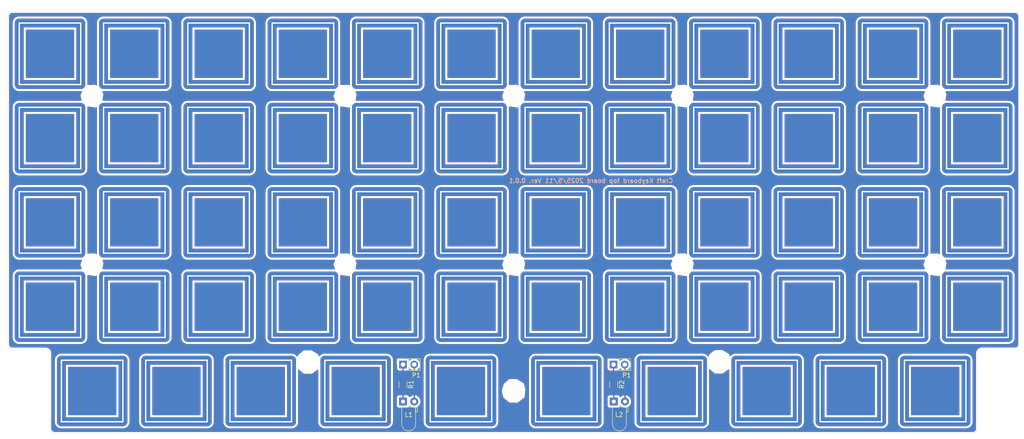
<source format=kicad_pcb>
(kicad_pcb (version 20241229) (generator "pcbnew") (generator_version "9.0")
  (layers (0 "F.Cu" signal) (2 "B.Cu" signal) (13 "F.Paste" user) (15 "B.Paste" user) (5 "F.SilkS" user "F.Silkscreen") (7 "B.SilkS" user "B.Silkscreen") (1 "F.Mask" user) (3 "B.Mask" user) (25 "Edge.Cuts" user))
  (net 0 "")
  (net 1 "GND")
  (net 2 "col2")
  (net 3 "col5")
  (net 4 "col0")
  (net 5 "col4")
  (net 6 "col3")
  (net 7 "col1")
  (footprint "kbd_SW_Hole:SW_Hole_TH_1u" (layer "F.Cu") (at 228.6 90.4875)
    (property "Reference" "SW51" (hide yes))
    (property "Value" "SW_PUSH" (hide yes))
  )
  (footprint "kbd_SW_Hole:SW_Hole_TH_1u" (layer "F.Cu") (at 247.65 90.4875)
    (property "Reference" "SW56" (hide yes))
    (property "Value" "SW_PUSH" (hide yes))
  )
  (footprint "kbd_SW_Hole:SW_Hole_TH_1u" (layer "F.Cu") (at 171.45 71.4375)
    (property "Reference" "SW35" (hide yes))
    (property "Value" "SW_PUSH" (hide yes))
  )
  (footprint "kbd_Hole:m2_Screw_Hole" (layer "F.Cu") (at 142.875 119.0625)
    (property "Reference" "Ref**")
    (property "Value" "Val**")
  )
  (footprint "kbd_SW_Hole:SW_Hole_TH_1u" (layer "F.Cu") (at 152.4 128.5875)
    (property "Reference" "SW33" (hide yes))
    (property "Value" "SW_PUSH" (hide yes))
  )
  (footprint "kbd_SW_Hole:SW_Hole_TH_1u" (layer "F.Cu") (at 209.55 128.5875)
    (property "Reference" "SW48" (hide yes))
    (property "Value" "SW_PUSH" (hide yes))
  )
  (footprint "kbd_Hole:m2_Screw_Hole" (layer "F.Cu") (at 47.625 119.0625)
    (property "Reference" "Ref**")
    (property "Value" "Val**")
  )
  (footprint "kbd_SW_Hole:SW_Hole_TH_1u" (layer "F.Cu") (at 114.3 128.5875)
    (property "Reference" "SW23" (hide yes))
    (property "Value" "SW_PUSH" (hide yes))
  )
  (footprint "kbd_SW_Hole:SW_Hole_TH_1u" (layer "F.Cu") (at 152.4 109.5375)
    (property "Reference" "SW32" (hide yes))
    (property "Value" "SW_PUSH" (hide yes))
  )
  (footprint "kbd_SW_Hole:SW_Hole_TH_1u" (layer "F.Cu") (at 219.075 147.6375)
    (property "Reference" "SW49" (hide yes))
    (property "Value" "SW_PUSH" (hide yes))
  )
  (footprint "kbd_SW_Hole:SW_Hole_TH_1u" (layer "F.Cu") (at 190.5 71.4375)
    (property "Reference" "SW40" (hide yes))
    (property "Value" "SW_PUSH" (hide yes))
  )
  (footprint "kbd_SW_Hole:SW_Hole_TH_1u" (layer "F.Cu") (at 209.55 109.5375)
    (property "Reference" "SW47" (hide yes))
    (property "Value" "SW_PUSH" (hide yes))
  )
  (footprint "kbd_SW_Hole:SW_Hole_TH_1u" (layer "F.Cu") (at 95.25 128.5875)
    (property "Reference" "SW18" (hide yes))
    (property "Value" "SW_PUSH" (hide yes))
  )
  (footprint "kbd_SW_Hole:SW_Hole_TH_1u" (layer "F.Cu") (at 228.6 128.5875)
    (property "Reference" "SW53" (hide yes))
    (property "Value" "SW_PUSH" (hide yes))
  )
  (footprint "kbd_SW_Hole:SW_Hole_TH_1u" (layer "F.Cu") (at 85.725 147.6375)
    (property "Reference" "SW19" (hide yes))
    (property "Value" "SW_PUSH" (hide yes))
  )
  (footprint "kbd_SW_Hole:SW_Hole_TH_1u" (layer "F.Cu") (at 57.15 109.5375)
    (property "Reference" "SW7" (hide yes))
    (property "Value" "SW_PUSH" (hide yes))
  )
  (footprint "kbd_SW_Hole:SW_Hole_TH_1u" (layer "F.Cu") (at 47.625 147.6375)
    (property "Reference" "SW9" (hide yes))
    (property "Value" "SW_PUSH" (hide yes))
  )
  (footprint "kbd_SW_Hole:SW_Hole_TH_1u" (layer "F.Cu") (at 66.675 147.6375)
    (property "Reference" "SW14" (hide yes))
    (property "Value" "SW_PUSH" (hide yes))
  )
  (footprint "kbd_SW_Hole:SW_Hole_TH_1u" (layer "F.Cu") (at 190.5 109.5375)
    (property "Reference" "SW42" (hide yes))
    (property "Value" "SW_PUSH" (hide yes))
  )
  (footprint "kbd_SW_Hole:SW_Hole_TH_1u" (layer "F.Cu") (at 228.6 109.5375)
    (property "Reference" "SW52" (hide yes))
    (property "Value" "SW_PUSH" (hide yes))
  )
  (footprint "kbd_SW_Hole:SW_Hole_TH_1u" (layer "F.Cu") (at 200.025 147.6375)
    (property "Reference" "SW44" (hide yes))
    (property "Value" "SW_PUSH" (hide yes))
  )
  (footprint "kbd_SW_Hole:SW_Hole_TH_1u" (layer "F.Cu") (at 114.3 90.4875)
    (property "Reference" "SW21" (hide yes))
    (property "Value" "SW_PUSH" (hide yes))
  )
  (footprint "kbd_SW_Hole:SW_Hole_TH_1.25u" (layer "F.Cu") (at 107.1563 147.6375)
    (property "Reference" "SW24" (hide yes))
    (property "Value" "SW_PUSH" (hide yes))
  )
  (footprint "kbd_SW_Hole:SW_Hole_TH_1u" (layer "F.Cu") (at 76.2 109.5375)
    (property "Reference" "SW12" (hide yes))
    (property "Value" "SW_PUSH" (hide yes))
  )
  (footprint "kbd_SW_Hole:SW_Hole_TH_1u" (layer "F.Cu") (at 76.2 71.4375)
    (property "Reference" "SW10" (hide yes))
    (property "Value" "SW_PUSH" (hide yes))
  )
  (footprint "kbd_SW_Hole:SW_Hole_TH_1u" (layer "F.Cu") (at 171.45 109.5375)
    (property "Reference" "SW37" (hide yes))
    (property "Value" "SW_PUSH" (hide yes))
  )
  (footprint "kbd_SW_Hole:SW_Hole_TH_1u" (layer "F.Cu") (at 133.35 71.4375)
    (property "Reference" "SW25" (hide yes))
    (property "Value" "SW_PUSH" (hide yes))
  )
  (footprint "Resistor_SMD:R_1206_3216Metric" (layer "F.Cu") (at 165.497014 146.175124 -90)
    (property "Reference" "R2")
    (property "Value" "R_1206_3216Metric")
  )
  (footprint "kbd_SW_Hole:SW_Hole_TH_1u" (layer "F.Cu") (at 171.45 128.5875)
    (property "Reference" "SW38" (hide yes))
    (property "Value" "SW_PUSH" (hide yes))
  )
  (footprint "kbd_SW_Hole:SW_Hole_TH_1u" (layer "F.Cu") (at 76.2 90.4875)
    (property "Reference" "SW11" (hide yes))
    (property "Value" "SW_PUSH" (hide yes))
  )
  (footprint "kbd_SW_Hole:SW_Hole_TH_1u" (layer "F.Cu") (at 247.65 128.5875)
    (property "Reference" "SW58" (hide yes))
    (property "Value" "SW_PUSH" (hide yes))
  )
  (footprint "Resistor_SMD:R_1206_3216Metric" (layer "F.Cu") (at 117.871974 146.175124 -90)
    (property "Reference" "R1")
    (property "Value" "R_1206_3216Metric")
  )
  (footprint "Connector_PinSocket_2.54mm:PinSocket_1x02_P2.54mm_Vertical" (layer "F.Cu") (at 117.871974 141.659494 90)
    (property "Reference" "P1")
    (property "Value" "PinSocket_1x02_P2.54mm_Vertical")
  )
  (footprint "kbd_SW_Hole:SW_Hole_TH_1u" (layer "F.Cu") (at 247.65 71.4375)
    (property "Reference" "SW55" (hide yes))
    (property "Value" "SW_PUSH" (hide yes))
  )
  (footprint "kbd_Hole:m2_Screw_Hole" (layer "F.Cu") (at 96.440706 141.089181)
    (property "Reference" "Ref**")
    (property "Value" "Val**")
  )
  (footprint "Connector_PinSocket_2.54mm:PinSocket_1x02_P2.54mm_Vertical" (layer "F.Cu") (at 165.43764 141.659494 90)
    (property "Reference" "P1")
    (property "Value" "PinSocket_1x02_P2.54mm_Vertical")
  )
  (footprint "kbd_SW_Hole:SW_Hole_TH_1.25u" (layer "F.Cu") (at 178.5938 147.6375)
    (property "Reference" "SW39" (hide yes))
    (property "Value" "SW_PUSH" (hide yes))
  )
  (footprint "LED_THT:LED_D3.0mm_Horizontal_O1.27mm_Z2.0mm" (layer "F.Cu") (at 117.871974 150.018876)
    (property "Reference" "L1")
    (property "Value" "LED_D3.0mm_Horizontal_O1.27mm_Z2.0mm")
  )
  (footprint "kbd_Hole:m2_Screw_Hole" (layer "F.Cu") (at 142.875 147.6375)
    (property "Reference" "Ref**")
    (property "Value" "Val**")
  )
  (footprint "kbd_SW_Hole:SW_Hole_TH_1u" (layer "F.Cu") (at 76.2 128.5875)
    (property "Reference" "SW13" (hide yes))
    (property "Value" "SW_PUSH" (hide yes))
  )
  (footprint "kbd_SW_Hole:SW_Hole_TH_1.25u" (layer "F.Cu") (at 130.9688 147.6375)
    (property "Reference" "SW29" (hide yes))
    (property "Value" "SW_PUSH" (hide yes))
  )
  (footprint "kbd_SW_Hole:SW_Hole_TH_1u" (layer "F.Cu") (at 238.125 147.6375)
    (property "Reference" "SW54" (hide yes))
    (property "Value" "SW_PUSH" (hide yes))
  )
  (footprint "kbd_SW_Hole:SW_Hole_TH_1u" (layer "F.Cu") (at 247.65 109.5375)
    (property "Reference" "SW57" (hide yes))
    (property "Value" "SW_PUSH" (hide yes))
  )
  (footprint "kbd_SW_Hole:SW_Hole_TH_1u" (layer "F.Cu") (at 114.3 109.5375)
    (property "Reference" "SW22" (hide yes))
    (property "Value" "SW_PUSH" (hide yes))
  )
  (footprint "kbd_Hole:m2_Screw_Hole" (layer "F.Cu") (at 104.775 119.0625)
    (property "Reference" "Ref**")
    (property "Value" "Val**")
  )
  (footprint "kbd_Hole:m2_Screw_Hole" (layer "F.Cu") (at 238.125 119.0625)
    (property "Reference" "Ref**")
    (property "Value" "Val**")
  )
  (footprint "kbd_SW_Hole:SW_Hole_TH_1u" (layer "F.Cu") (at 209.55 90.4875)
    (property "Reference" "SW46" (hide yes))
    (property "Value" "SW_PUSH" (hide yes))
  )
  (footprint "kbd_SW_Hole:SW_Hole_TH_1u" (layer "F.Cu") (at 57.15 71.4375)
    (property "Reference" "SW5" (hide yes))
    (property "Value" "SW_PUSH" (hide yes))
  )
  (footprint "kbd_SW_Hole:SW_Hole_TH_1u" (layer "F.Cu") (at 152.4 90.4875)
    (property "Reference" "SW31" (hide yes))
    (property "Value" "SW_PUSH" (hide yes))
  )
  (footprint "kbd_SW_Hole:SW_Hole_TH_1u" (layer "F.Cu") (at 95.25 109.5375)
    (property "Reference" "SW17" (hide yes))
    (property "Value" "SW_PUSH" (hide yes))
  )
  (footprint "kbd_SW_Hole:SW_Hole_TH_1u" (layer "F.Cu") (at 38.1 90.4875)
    (property "Reference" "SW2" (hide yes))
    (property "Value" "SW_PUSH" (hide yes))
  )
  (footprint "kbd_SW_Hole:SW_Hole_TH_1u" (layer "F.Cu") (at 95.25 90.4875)
    (property "Reference" "SW16" (hide yes))
    (property "Value" "SW_PUSH" (hide yes))
  )
  (footprint "kbd_SW_Hole:SW_Hole_TH_1u" (layer "F.Cu") (at 38.1 109.5375)
    (property "Reference" "SW3" (hide yes))
    (property "Value" "SW_PUSH" (hide yes))
  )
  (footprint "kbd_Hole:m2_Screw_Hole" (layer "F.Cu") (at 104.775 80.9625)
    (property "Reference" "Ref**")
    (property "Value" "Val**")
  )
  (footprint "kbd_SW_Hole:SW_Hole_TH_1u" (layer "F.Cu") (at 171.45 90.4875)
    (property "Reference" "SW36" (hide yes))
    (property "Value" "SW_PUSH" (hide yes))
  )
  (footprint "kbd_SW_Hole:SW_Hole_TH_1u" (layer "F.Cu") (at 38.1 71.4375)
    (property "Reference" "SW1" (hide yes))
    (property "Value" "SW_PUSH" (hide yes))
  )
  (footprint "kbd_Hole:m2_Screw_Hole" (layer "F.Cu") (at 180.975 80.9625)
    (property "Reference" "Ref**")
    (property "Value" "Val**")
  )
  (footprint "kbd_SW_Hole:SW_Hole_TH_1u" (layer "F.Cu") (at 133.35 90.4875)
    (property "Reference" "SW26" (hide yes))
    (property "Value" "SW_PUSH" (hide yes))
  )
  (footprint "kbd_SW_Hole:SW_Hole_TH_1u" (layer "F.Cu") (at 133.35 128.5875)
    (property "Reference" "SW28" (hide yes))
    (property "Value" "SW_PUSH" (hide yes))
  )
  (footprint "kbd_SW_Hole:SW_Hole_TH_1u" (layer "F.Cu") (at 95.25 71.4375)
    (property "Reference" "SW15" (hide yes))
    (property "Value" "SW_PUSH" (hide yes))
  )
  (footprint "kbd_SW_Hole:SW_Hole_TH_1u" (layer "F.Cu") (at 209.55 71.4375)
    (property "Reference" "SW45" (hide yes))
    (property "Value" "SW_PUSH" (hide yes))
  )
  (footprint "kbd_SW_Hole:SW_Hole_TH_1u" (layer "F.Cu") (at 152.4 71.4375)
    (property "Reference" "SW30" (hide yes))
    (property "Value" "SW_PUSH" (hide yes))
  )
  (footprint "kbd_Hole:m2_Screw_Hole" (layer "F.Cu") (at 180.975 119.0625)
    (property "Reference" "Ref**")
    (property "Value" "Val**")
  )
  (footprint "kbd_SW_Hole:SW_Hole_TH_1u" (layer "F.Cu") (at 228.6 71.4375)
    (property "Reference" "SW50" (hide yes))
    (property "Value" "SW_PUSH" (hide yes))
  )
  (footprint "kbd_SW_Hole:SW_Hole_TH_1u" (layer "F.Cu") (at 190.5 90.4875)
    (property "Reference" "SW41" (hide yes))
    (property "Value" "SW_PUSH" (hide yes))
  )
  (footprint "kbd_SW_Hole:SW_Hole_TH_1u" (layer "F.Cu") (at 57.15 128.5875)
    (property "Reference" "SW8" (hide yes))
    (property "Value" "SW_PUSH" (hide yes))
  )
  (footprint "kbd_SW_Hole:SW_Hole_TH_1u" (layer "F.Cu") (at 114.3 71.4375)
    (property "Reference" "SW20" (hide yes))
    (property "Value" "SW_PUSH" (hide yes))
  )
  (footprint "kbd_Hole:m2_Screw_Hole" (layer "F.Cu") (at 142.875 80.9625)
    (property "Reference" "Ref**")
    (property "Value" "Val**")
  )
  (footprint "kbd_SW_Hole:SW_Hole_TH_1.25u" (layer "F.Cu") (at 154.7813 147.6375)
    (property "Reference" "SW34" (hide yes))
    (property "Value" "SW_PUSH" (hide yes))
  )
  (footprint "kbd_SW_Hole:SW_Hole_TH_1u" (layer "F.Cu") (at 190.5 128.5875)
    (property "Reference" "SW43" (hide yes))
    (property "Value" "SW_PUSH" (hide yes))
  )
  (footprint "kbd_SW_Hole:SW_Hole_TH_1u" (layer "F.Cu") (at 57.15 90.4875)
    (property "Reference" "SW6" (hide yes))
    (property "Value" "SW_PUSH" (hide yes))
  )
  (footprint "kbd_Hole:m2_Screw_Hole" (layer "F.Cu") (at 238.125 80.9625)
    (property "Reference" "Ref**")
    (property "Value" "Val**")
  )
  (footprint "kbd_Hole:m2_Screw_Hole" (layer "F.Cu") (at 47.625 80.9625)
    (property "Reference" "Ref**")
    (property "Value" "Val**")
  )
  (footprint "kbd_Hole:m2_Screw_Hole" (layer "F.Cu") (at 189.309534 141.089181)
    (property "Reference" "Ref**")
    (property "Value" "Val**")
  )
  (footprint "kbd_SW_Hole:SW_Hole_TH_1u" (layer "F.Cu") (at 38.1 128.5875)
    (property "Reference" "SW4" (hide yes))
    (property "Value" "SW_PUSH" (hide yes))
  )
  (footprint "LED_THT:LED_D3.0mm_Horizontal_O1.27mm_Z2.0mm" (layer "F.Cu") (at 165.497014 150.018876)
    (property "Reference" "L2")
    (property "Value" "LED_D3.0mm_Horizontal_O1.27mm_Z2.0mm")
  )
  (footprint "kbd_SW_Hole:SW_Hole_TH_1u" (layer "F.Cu") (at 133.35 109.5375)
    (property "Reference" "SW27" (hide yes))
    (property "Value" "SW_PUSH" (hide yes))
  )
  (gr_arc (start 28.575 62.912552) (mid 28.867893 62.205445) (end 29.575 61.912552) (stroke (width 0.05)) (layer "Edge.Cuts"))
  (gr_line (start 247.65 139.1125) (end 247.65 156.1625) (stroke (width 0.05)) (layer "Edge.Cuts"))
  (gr_line (start 256.175 138.1125) (end 248.65 138.1125) (stroke (width 0.05)) (layer "Edge.Cuts"))
  (gr_arc (start 247.65 139.1125) (mid 247.942893 138.405393) (end 248.65 138.1125) (stroke (width 0.05)) (layer "Edge.Cuts"))
  (gr_line (start 256.175 61.9125) (end 29.575 61.9125) (stroke (width 0.05)) (layer "Edge.Cuts"))
  (gr_arc (start 247.65 156.1625) (mid 247.357107 156.869607) (end 246.65 157.1625) (stroke (width 0.05)) (layer "Edge.Cuts"))
  (gr_arc (start 39.1 157.1625) (mid 38.392893 156.869607) (end 38.1 156.1625) (stroke (width 0.05)) (layer "Edge.Cuts"))
  (gr_arc (start 29.575 138.1125) (mid 28.867893 137.819607) (end 28.575 137.1125) (stroke (width 0.05)) (layer "Edge.Cuts"))
  (gr_line (start 28.575 62.912552) (end 28.575 137.1125) (stroke (width 0.05)) (layer "Edge.Cuts"))
  (gr_line (start 39.1 157.1625) (end 246.65 157.1625) (stroke (width 0.05)) (layer "Edge.Cuts"))
  (gr_line (start 37.1 138.1125) (end 29.575 138.1125) (stroke (width 0.05)) (layer "Edge.Cuts"))
  (gr_arc (start 257.175 137.1125) (mid 256.882107 137.819607) (end 256.175 138.1125) (stroke (width 0.05)) (layer "Edge.Cuts"))
  (gr_arc (start 37.1 138.1125) (mid 37.807107 138.405393) (end 38.1 139.1125) (stroke (width 0.05)) (layer "Edge.Cuts"))
  (gr_arc (start 256.175 61.9125) (mid 256.882107 62.205393) (end 257.175 62.9125) (stroke (width 0.05)) (layer "Edge.Cuts"))
  (gr_line (start 38.1 156.1625) (end 38.1 139.1125) (stroke (width 0.05)) (layer "Edge.Cuts"))
  (gr_line (start 257.175 137.1125) (end 257.175 62.9125) (stroke (width 0.05)) (layer "Edge.Cuts"))
  (gr_text "Craft Keyboard top board 2025/5/11 Ver. 0.0.1" (at 179 100.7 0) (layer "B.SilkS") (effects (font (size 1 1) (thickness 0.2) (bold yes)) (justify left bottom mirror)))
  (segment (start 120.411974 150.018876) (end 120.411974 141.659494) (width 0.25) (layer "F.Cu") (net 0))
  (segment (start 165.497014 147.637624) (end 165.497014 150.018876) (width 0.25) (layer "F.Cu") (net 0))
  (segment (start 168.037014 141.718868) (end 167.97764 141.659494) (width 0.25) (layer "F.Cu") (net 0))
  (segment (start 117.871974 141.659494) (end 117.871974 144.712624) (width 0.25) (layer "F.Cu") (net 0))
  (segment (start 168.037014 150.018876) (end 168.037014 141.718868) (width 0.25) (layer "F.Cu") (net 0))
  (segment (start 165.43764 141.659494) (end 165.43764 144.65325) (width 0.25) (layer "F.Cu") (net 0))
  (segment (start 165.43764 144.65325) (end 165.497014 144.712624) (width 0.25) (layer "F.Cu") (net 0))
  (segment (start 117.871974 147.637624) (end 117.871974 150.018876) (width 0.25) (layer "F.Cu") (net 0))
  (zone (net 0) (net_name "") (layers "F.Cu" "B.Cu") (connect_pads (clearance 0)) (min_thickness 0.25)
    (keepout (tracks allowed) (vias allowed) (pads allowed) (copperpour not_allowed) (footprints allowed))
    (fill (thermal_gap 0.5) (thermal_bridge_width 0.5))
    (polygon (pts (xy 46.6 116.6) (xy 48.2417 116.5) (xy 49.7 117.5) (xy 50.1917 118.729181) (xy 49.9 120.4) (xy 48.4 121.7) (xy 46.4 121.4) (xy 45.4 120.4) (xy 44.93892 119.068987) (xy 45.5 117.6)))
  )
  (zone (net 0) (net_name "") (layers "F.Cu" "B.Cu") (connect_pads (clearance 0)) (min_thickness 0.25)
    (keepout (tracks allowed) (vias allowed) (pads allowed) (copperpour not_allowed) (footprints allowed))
    (fill (thermal_gap 0.5) (thermal_bridge_width 0.5))
    (polygon (pts (xy 103.8 116.6) (xy 105.4417 116.5) (xy 106.9 117.5) (xy 107.3917 118.729181) (xy 107.1 120.4) (xy 105.6 121.7) (xy 103.6 121.4) (xy 102.6 120.4) (xy 102.13892 119.068987) (xy 102.7 117.6)))
  )
  (zone (net 0) (net_name "") (layers "F.Cu" "B.Cu") (connect_pads (clearance 0)) (min_thickness 0.25)
    (keepout (tracks allowed) (vias allowed) (pads allowed) (copperpour not_allowed) (footprints allowed))
    (fill (thermal_gap 0.5) (thermal_bridge_width 0.5))
    (polygon (pts (xy 141.9 116.6) (xy 143.5417 116.5) (xy 145 117.5) (xy 145.4917 118.729181) (xy 145.2 120.4) (xy 143.7 121.7) (xy 141.7 121.4) (xy 140.7 120.4) (xy 140.23892 119.068987) (xy 140.8 117.6)))
  )
  (zone (net 0) (net_name "") (layers "F.Cu" "B.Cu") (connect_pads (clearance 0)) (min_thickness 0.25)
    (keepout (tracks allowed) (vias allowed) (pads allowed) (copperpour not_allowed) (footprints allowed))
    (fill (thermal_gap 0.5) (thermal_bridge_width 0.5))
    (polygon (pts (xy 141.82778 144.935194) (xy 143.60278 144.935194) (xy 145.17778 145.885194) (xy 145.55278 147.260194) (xy 145.35278 149.085194) (xy 143.72778 150.310194) (xy 141.90278 150.285194) (xy 140.50278 149.085194) (xy 140.15278 147.635194) (xy 140.62778 146.035194)))
  )
  (zone (net 0) (net_name "") (layers "F.Cu" "B.Cu") (connect_pads (clearance 0)) (min_thickness 0.25)
    (keepout (tracks allowed) (vias allowed) (pads allowed) (copperpour not_allowed) (footprints allowed))
    (fill (thermal_gap 0.5) (thermal_bridge_width 0.5))
    (polygon (pts (xy 188.22778 138.4) (xy 190.00278 138.335194) (xy 191.57778 139.285194) (xy 191.95278 140.660194) (xy 191.75278 142.485194) (xy 190.12778 143.710194) (xy 188.30278 143.685194) (xy 186.90278 142.485194) (xy 186.7 141) (xy 187.02778 139.435194)))
  )
  (zone (net 0) (net_name "") (layers "F.Cu" "B.Cu") (connect_pads (clearance 0)) (min_thickness 0.25)
    (keepout (tracks allowed) (vias allowed) (pads allowed) (copperpour not_allowed) (footprints allowed))
    (fill (thermal_gap 0.5) (thermal_bridge_width 0.5))
    (polygon (pts (xy 46.6 78.5) (xy 48.2417 78.4) (xy 49.7 79.4) (xy 50.1917 80.629181) (xy 49.9 82.3) (xy 48.4 83.6) (xy 46.4 83.3) (xy 45.4 82.3) (xy 44.93892 80.968987) (xy 45.5 79.5)))
  )
  (zone (net 0) (net_name "") (layers "F.Cu" "B.Cu") (connect_pads (clearance 0)) (min_thickness 0.25)
    (keepout (tracks allowed) (vias allowed) (pads allowed) (copperpour not_allowed) (footprints allowed))
    (fill (thermal_gap 0.5) (thermal_bridge_width 0.5))
    (polygon (pts (xy 237.1 78.5) (xy 238.7417 78.4) (xy 240.2 79.4) (xy 240.6917 80.629181) (xy 240.4 82.3) (xy 238.9 83.6) (xy 236.9 83.3) (xy 235.9 82.3) (xy 235.43892 80.968987) (xy 236 79.5)))
  )
  (zone (net 0) (net_name "") (layers "F.Cu" "B.Cu") (connect_pads (clearance 0)) (min_thickness 0.25)
    (keepout (tracks allowed) (vias allowed) (pads allowed) (copperpour not_allowed) (footprints allowed))
    (fill (thermal_gap 0.5) (thermal_bridge_width 0.5))
    (polygon (pts (xy 141.9 78.5) (xy 143.5417 78.4) (xy 145 79.4) (xy 145.4917 80.629181) (xy 145.2 82.3) (xy 143.7 83.6) (xy 141.7 83.3) (xy 140.7 82.3) (xy 140.23892 80.968987) (xy 140.8 79.5)))
  )
  (zone (net 0) (net_name "") (layers "F.Cu" "B.Cu") (connect_pads (clearance 0)) (min_thickness 0.25)
    (keepout (tracks allowed) (vias allowed) (pads allowed) (copperpour not_allowed) (footprints allowed))
    (fill (thermal_gap 0.5) (thermal_bridge_width 0.5))
    (polygon (pts (xy 95.3667 138.468987) (xy 97.1417 138.404181) (xy 98.7167 139.354181) (xy 99.0917 140.729181) (xy 98.8917 142.554181) (xy 97.2667 143.779181) (xy 95.4417 143.754181) (xy 94.0417 142.554181) (xy 93.83892 141.068987) (xy 94.1667 139.504181)))
  )
  (zone (net 0) (net_name "") (layers "F.Cu" "B.Cu") (connect_pads (clearance 0)) (min_thickness 0.25)
    (keepout (tracks allowed) (vias allowed) (pads allowed) (copperpour not_allowed) (footprints allowed))
    (fill (thermal_gap 0.5) (thermal_bridge_width 0.5))
    (polygon (pts (xy 103.8 78.5) (xy 105.4417 78.4) (xy 106.9 79.4) (xy 107.3917 80.629181) (xy 107.1 82.3) (xy 105.6 83.6) (xy 103.6 83.3) (xy 102.6 82.3) (xy 102.13892 80.968987) (xy 102.7 79.5)))
  )
  (zone (net 0) (net_name "") (layers "F.Cu" "B.Cu") (connect_pads (clearance 0)) (min_thickness 0.25)
    (keepout (tracks allowed) (vias allowed) (pads allowed) (copperpour not_allowed) (footprints allowed))
    (fill (thermal_gap 0.5) (thermal_bridge_width 0.5))
    (polygon (pts (xy 180 116.6) (xy 181.6417 116.5) (xy 183.1 117.5) (xy 183.5917 118.729181) (xy 183.3 120.4) (xy 181.8 121.7) (xy 179.8 121.4) (xy 178.8 120.4) (xy 178.33892 119.068987) (xy 178.9 117.6)))
  )
  (zone (net 1) (net_name "GND") (layers "F.Cu" "B.Cu") (connect_pads (clearance 0.5)) (min_thickness 0.25) (fill yes (thermal_gap 0.5) (thermal_bridge_width 0.5))
    (polygon (pts (xy 257.879367 59.782952) (xy 258.2 139.3) (xy 248.4 139.5) (xy 248.2 157.8) (xy 36.8 158) (xy 37.1 139.2) (xy 26.8 139.1) (xy 27.201093 59.282566)))
  )
  (zone (net 0) (net_name "") (layers "F.Cu" "B.Cu") (connect_pads (clearance 0)) (min_thickness 0.25)
    (keepout (tracks allowed) (vias allowed) (pads allowed) (copperpour not_allowed) (footprints allowed))
    (fill (thermal_gap 0.5) (thermal_bridge_width 0.5))
    (polygon (pts (xy 180 78.5) (xy 181.6417 78.4) (xy 183.1 79.4) (xy 183.5917 80.629181) (xy 183.3 82.3) (xy 181.8 83.6) (xy 179.8 83.3) (xy 178.8 82.3) (xy 178.33892 80.968987) (xy 178.9 79.5)))
  )
  (zone (net 0) (net_name "") (layers "F.Cu" "B.Cu") (connect_pads (clearance 0)) (min_thickness 0.25)
    (keepout (tracks allowed) (vias allowed) (pads allowed) (copperpour not_allowed) (footprints allowed))
    (fill (thermal_gap 0.5) (thermal_bridge_width 0.5))
    (polygon (pts (xy 237.1 116.6) (xy 238.7417 116.5) (xy 240.2 117.5) (xy 240.6917 118.729181) (xy 240.4 120.4) (xy 238.9 121.7) (xy 236.9 121.4) (xy 235.9 120.4) (xy 235.43892 119.068987) (xy 236 117.6)))
  )
)
</source>
